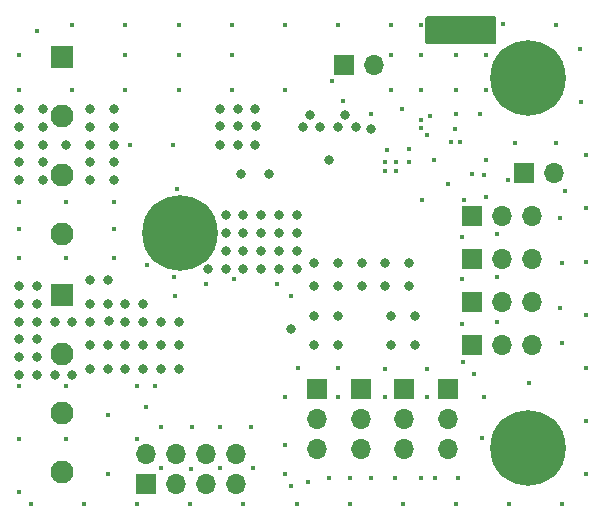
<source format=gbs>
%TF.GenerationSoftware,KiCad,Pcbnew,6.0.1-79c1e3a40b~116~ubuntu20.04.1*%
%TF.CreationDate,2022-01-22T21:44:11+01:00*%
%TF.ProjectId,Step_Down_Converter,53746570-5f44-46f7-976e-5f436f6e7665,rev?*%
%TF.SameCoordinates,Original*%
%TF.FileFunction,Soldermask,Bot*%
%TF.FilePolarity,Negative*%
%FSLAX46Y46*%
G04 Gerber Fmt 4.6, Leading zero omitted, Abs format (unit mm)*
G04 Created by KiCad (PCBNEW 6.0.1-79c1e3a40b~116~ubuntu20.04.1) date 2022-01-22 21:44:11*
%MOMM*%
%LPD*%
G01*
G04 APERTURE LIST*
%ADD10R,1.700000X1.700000*%
%ADD11O,1.700000X1.700000*%
%ADD12C,6.400000*%
%ADD13R,1.950000X1.950000*%
%ADD14C,1.950000*%
%ADD15C,0.400000*%
%ADD16C,0.800000*%
G04 APERTURE END LIST*
D10*
X192550000Y-110300000D03*
D11*
X195090000Y-110300000D03*
D12*
X208100000Y-111400000D03*
D10*
X203358000Y-130350000D03*
D11*
X205898000Y-130350000D03*
X208438000Y-130350000D03*
D10*
X193945000Y-137650000D03*
D11*
X193945000Y-140190000D03*
X193945000Y-142730000D03*
D10*
X203358000Y-134000000D03*
D11*
X205898000Y-134000000D03*
X208438000Y-134000000D03*
D10*
X203358000Y-123050000D03*
D11*
X205898000Y-123050000D03*
X208438000Y-123050000D03*
D10*
X201311000Y-137650000D03*
D11*
X201311000Y-140190000D03*
X201311000Y-142730000D03*
D10*
X203358000Y-126700000D03*
D11*
X205898000Y-126700000D03*
X208438000Y-126700000D03*
D10*
X207775000Y-119400000D03*
D11*
X210315000Y-119400000D03*
D13*
X168662500Y-129750000D03*
D14*
X168662500Y-134750000D03*
X168662500Y-139750000D03*
X168662500Y-144750000D03*
D12*
X178600000Y-124500000D03*
D10*
X175785000Y-145700000D03*
D11*
X175785000Y-143160000D03*
X178325000Y-145700000D03*
X178325000Y-143160000D03*
X180865000Y-145700000D03*
X180865000Y-143160000D03*
X183405000Y-145700000D03*
X183405000Y-143160000D03*
D13*
X168662500Y-109600000D03*
D14*
X168662500Y-114600000D03*
X168662500Y-119600000D03*
X168662500Y-124600000D03*
D10*
X197628000Y-137650000D03*
D11*
X197628000Y-140190000D03*
X197628000Y-142730000D03*
D10*
X190262000Y-137650000D03*
D11*
X190262000Y-140190000D03*
X190262000Y-142730000D03*
D12*
X208100000Y-142650000D03*
D15*
X165000000Y-124150000D03*
X183000000Y-106900000D03*
X196950000Y-119200000D03*
X178100000Y-128200000D03*
X165000000Y-109400000D03*
X172500000Y-144900000D03*
X199100000Y-121700000D03*
X184000000Y-147400000D03*
D16*
X188500000Y-124500000D03*
D15*
X193000000Y-145200000D03*
X213000000Y-122400000D03*
X178200000Y-129800000D03*
X197400000Y-114000000D03*
X196000000Y-138400000D03*
X204500000Y-109400000D03*
D16*
X192000000Y-129000000D03*
D15*
X213000000Y-126900000D03*
X180800000Y-128800000D03*
X203382550Y-119500000D03*
X175800000Y-127200000D03*
D16*
X190000000Y-129000000D03*
D15*
X193000000Y-147450000D03*
X206000000Y-106800000D03*
X203500000Y-136400000D03*
X196000000Y-136000000D03*
X199825000Y-114575000D03*
X212600000Y-113400000D03*
X187500000Y-106900000D03*
X210800000Y-130800000D03*
D16*
X196000000Y-129000000D03*
D15*
X188000000Y-129800000D03*
X176500000Y-137400000D03*
X186800000Y-128800000D03*
D16*
X185500000Y-124500000D03*
D15*
X192400000Y-113300000D03*
X204500000Y-112400000D03*
X177000000Y-140900000D03*
D16*
X182500000Y-126000000D03*
D15*
X166500000Y-107400000D03*
X210500000Y-106900000D03*
X192000000Y-106900000D03*
D16*
X194000000Y-129000000D03*
D15*
X175000000Y-147400000D03*
X198000000Y-118500000D03*
X183000000Y-109400000D03*
X211000000Y-133800000D03*
X169500000Y-112400000D03*
D16*
X187000000Y-123000000D03*
D15*
X173000000Y-124150000D03*
X199000000Y-106900000D03*
X183000000Y-112400000D03*
X206400000Y-120000000D03*
X169500000Y-106900000D03*
X204500000Y-121400000D03*
X165000000Y-112400000D03*
X178400000Y-120800000D03*
X197500000Y-147450000D03*
X187500000Y-144900000D03*
D16*
X185500000Y-123000000D03*
D15*
X199000000Y-112400000D03*
X202700000Y-121700000D03*
D16*
X198000000Y-129000000D03*
D15*
X165000000Y-126600000D03*
X208200000Y-137200000D03*
X204200000Y-141800000D03*
D16*
X187000000Y-124500000D03*
D15*
X169000000Y-126600000D03*
X200200000Y-145200000D03*
X213000000Y-135900000D03*
D16*
X190000000Y-127000000D03*
D15*
X194800000Y-145200000D03*
X169000000Y-121900000D03*
X169000000Y-137400000D03*
X202300000Y-116800000D03*
X188500000Y-147450000D03*
D16*
X182500000Y-123000000D03*
X184000000Y-124500000D03*
D15*
X211000000Y-127000000D03*
D16*
X198000000Y-127000000D03*
D15*
X202000000Y-147450000D03*
X183200000Y-128400000D03*
X187500000Y-112400000D03*
X184800000Y-144400000D03*
D16*
X196000000Y-127000000D03*
D15*
X182000000Y-140900000D03*
X202500000Y-124800000D03*
X196950000Y-118500000D03*
D16*
X184000000Y-127500000D03*
D15*
X213000000Y-140400000D03*
X202500000Y-132200000D03*
X165000000Y-121900000D03*
X199521750Y-116155500D03*
X199500000Y-138400000D03*
D16*
X187000000Y-126000000D03*
D15*
X199500000Y-136000000D03*
X213000000Y-117900000D03*
X199000000Y-145200000D03*
X211200000Y-120900000D03*
D16*
X188500000Y-123000000D03*
D15*
X165000000Y-137400000D03*
X204400000Y-119600000D03*
X174000000Y-109400000D03*
D16*
X184000000Y-126000000D03*
X182500000Y-127500000D03*
D15*
X196000000Y-118500000D03*
X213000000Y-144900000D03*
X210500000Y-116900000D03*
D16*
X185500000Y-127500000D03*
D15*
X166000000Y-147400000D03*
X189500000Y-145600000D03*
X199000000Y-109400000D03*
X174000000Y-106900000D03*
D16*
X187000000Y-127500000D03*
D15*
X187500000Y-142400000D03*
X173000000Y-121900000D03*
X187500000Y-138400000D03*
X174000000Y-112400000D03*
X196500000Y-109400000D03*
X191200000Y-145200000D03*
X182000000Y-144400000D03*
X198000000Y-117400000D03*
D16*
X182500000Y-124500000D03*
D15*
X204000000Y-114400000D03*
X205500000Y-124600000D03*
X170500000Y-147400000D03*
X202000000Y-114400000D03*
D16*
X185500000Y-126000000D03*
D15*
X204400000Y-138400000D03*
X175000000Y-137400000D03*
X169000000Y-141900000D03*
X206500000Y-147450000D03*
X201300000Y-120300000D03*
X202200000Y-145200000D03*
X196500000Y-112400000D03*
X213000000Y-131400000D03*
X178500000Y-112400000D03*
X178000000Y-117000000D03*
X211000000Y-147450000D03*
D16*
X184000000Y-123000000D03*
X192000000Y-127000000D03*
D15*
X196000000Y-119200000D03*
X207000000Y-116900000D03*
D16*
X188500000Y-127500000D03*
D15*
X205500000Y-132000000D03*
X175000000Y-141900000D03*
X184600000Y-140900000D03*
D16*
X188500000Y-126000000D03*
D15*
X173000000Y-126600000D03*
X202000000Y-109400000D03*
X179600000Y-140900000D03*
X201600000Y-116800000D03*
X165000000Y-146400000D03*
X191500000Y-111650000D03*
X202600000Y-135400000D03*
X196500000Y-106900000D03*
X192000000Y-135900000D03*
X177000000Y-144400000D03*
X202500000Y-128400000D03*
X202000000Y-112400000D03*
X172500000Y-139900000D03*
X205500000Y-128200000D03*
D16*
X194000000Y-127000000D03*
X181000000Y-127500000D03*
D15*
X196800000Y-145200000D03*
X188600000Y-135900000D03*
X178500000Y-109400000D03*
X210800000Y-123200000D03*
X194800000Y-114400000D03*
X192000000Y-138400000D03*
X178500000Y-106900000D03*
X174400000Y-117000000D03*
X165000000Y-141900000D03*
X179500000Y-147400000D03*
X212500000Y-108900000D03*
X179585000Y-144425000D03*
X199050000Y-114950000D03*
D16*
X192000000Y-115500000D03*
X189600000Y-114500000D03*
X191200000Y-118300000D03*
X193500000Y-115500000D03*
X182050000Y-115450000D03*
X183800000Y-119500000D03*
X182000000Y-114000000D03*
X192600000Y-114500000D03*
X183500000Y-114000000D03*
X194800000Y-115700000D03*
X185050000Y-115450000D03*
X183550000Y-115450000D03*
X190500000Y-115500000D03*
X183500000Y-117000000D03*
X185000000Y-117000000D03*
X182000000Y-117000000D03*
X185000000Y-114000000D03*
D15*
X196150000Y-117450000D03*
D16*
X186200000Y-119500000D03*
X189000000Y-115500000D03*
D15*
X200100000Y-118325000D03*
X204499511Y-118325000D03*
X188000000Y-145875000D03*
X201950000Y-115700000D03*
D16*
X165000000Y-130500000D03*
X192000000Y-131500000D03*
X171000000Y-132000000D03*
X192000000Y-134000000D03*
X165000000Y-133500000D03*
X171000000Y-136000000D03*
X198500000Y-134000000D03*
X175500000Y-134000000D03*
X169500000Y-132000000D03*
X196500000Y-131500000D03*
X175500000Y-136000000D03*
X172500000Y-134000000D03*
X178500000Y-136000000D03*
X196500000Y-134000000D03*
X166500000Y-132000000D03*
X165000000Y-129000000D03*
X175500000Y-132000000D03*
X165000000Y-135000000D03*
X198500000Y-131500000D03*
X177000000Y-134000000D03*
X166500000Y-136500000D03*
X188000000Y-132600000D03*
X166500000Y-130500000D03*
X172500000Y-136000000D03*
X168000000Y-136500000D03*
X177000000Y-132000000D03*
X171000000Y-134000000D03*
X174000000Y-130500000D03*
X166500000Y-129000000D03*
X172500000Y-128500000D03*
X171000000Y-128500000D03*
X175500000Y-130500000D03*
X172500000Y-130500000D03*
X172600000Y-131900000D03*
X165000000Y-136500000D03*
X177000000Y-136000000D03*
X174000000Y-132000000D03*
X174000000Y-134000000D03*
X178500000Y-132000000D03*
D15*
X199050000Y-115575000D03*
X175775000Y-139175000D03*
D16*
X178500000Y-134000000D03*
X166500000Y-135000000D03*
X171000000Y-130500000D03*
X165000000Y-132000000D03*
X190000000Y-134000000D03*
X174000000Y-136000000D03*
X169500000Y-136500000D03*
X168000000Y-132000000D03*
X166500000Y-133500000D03*
X190000000Y-131500000D03*
X171000000Y-117000000D03*
X171000000Y-120000000D03*
X173000000Y-120000000D03*
X171000000Y-118500000D03*
X165000000Y-115500000D03*
X165000000Y-118500000D03*
X173000000Y-117000000D03*
X165000000Y-117000000D03*
X169000000Y-117000000D03*
X167000000Y-114000000D03*
X165000000Y-120000000D03*
X173000000Y-114000000D03*
X171000000Y-114000000D03*
X167000000Y-118500000D03*
X167000000Y-117000000D03*
X167000000Y-120000000D03*
X165000000Y-114000000D03*
X173000000Y-118500000D03*
X173000000Y-115500000D03*
X167000000Y-115500000D03*
X171000000Y-115500000D03*
G36*
X205342121Y-106170002D02*
G01*
X205388614Y-106223658D01*
X205400000Y-106276000D01*
X205400000Y-108374000D01*
X205379998Y-108442121D01*
X205326342Y-108488614D01*
X205274000Y-108500000D01*
X199526000Y-108500000D01*
X199457879Y-108479998D01*
X199411386Y-108426342D01*
X199400000Y-108374000D01*
X199400000Y-106276000D01*
X199420002Y-106207879D01*
X199473658Y-106161386D01*
X199526000Y-106150000D01*
X205274000Y-106150000D01*
X205342121Y-106170002D01*
G37*
M02*

</source>
